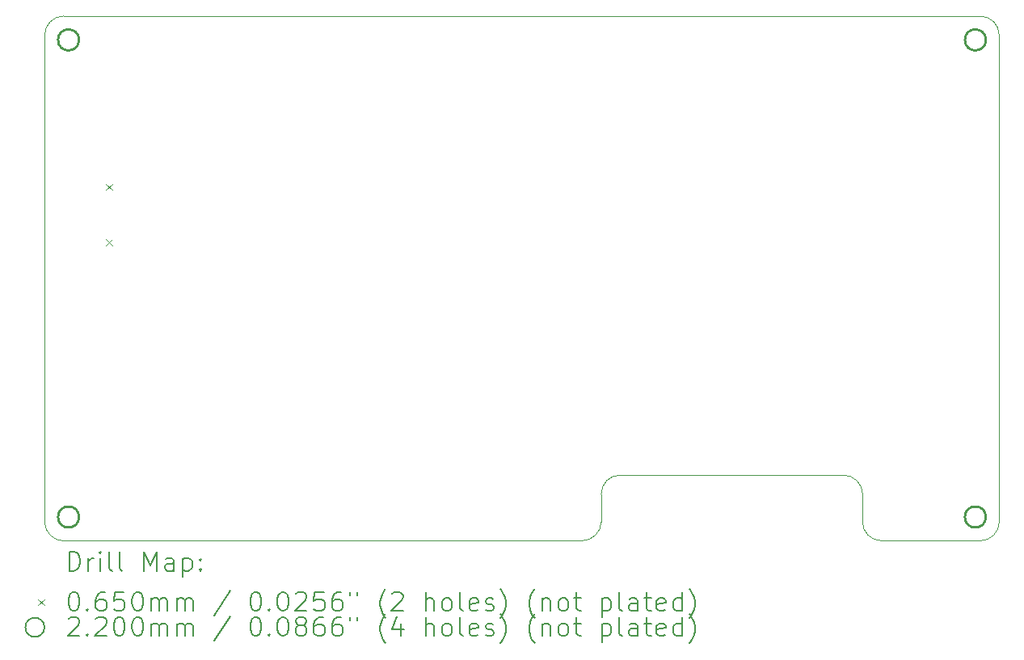
<source format=gbr>
%TF.GenerationSoftware,KiCad,Pcbnew,7.0.5-4d25ed1034~172~ubuntu22.04.1*%
%TF.CreationDate,2023-07-08T07:21:56+02:00*%
%TF.ProjectId,epaper-breakout,65706170-6572-42d6-9272-65616b6f7574,rev?*%
%TF.SameCoordinates,Original*%
%TF.FileFunction,Drillmap*%
%TF.FilePolarity,Positive*%
%FSLAX45Y45*%
G04 Gerber Fmt 4.5, Leading zero omitted, Abs format (unit mm)*
G04 Created by KiCad (PCBNEW 7.0.5-4d25ed1034~172~ubuntu22.04.1) date 2023-07-08 07:21:56*
%MOMM*%
%LPD*%
G01*
G04 APERTURE LIST*
%ADD10C,0.050000*%
%ADD11C,0.200000*%
%ADD12C,0.065000*%
%ADD13C,0.220000*%
G04 APERTURE END LIST*
D10*
X2500000Y-6250000D02*
X2500000Y-1150000D01*
X2700000Y-6450000D02*
X8130000Y-6448579D01*
X12500000Y-1150000D02*
X12500000Y-6250000D01*
X2700000Y-950000D02*
X12300000Y-950000D01*
X2700000Y-950000D02*
G75*
G03*
X2500000Y-1150000I0J-200000D01*
G01*
X8530000Y-5760000D02*
G75*
G03*
X8330000Y-5960000I0J-200000D01*
G01*
X8330000Y-6248579D02*
X8330000Y-5960000D01*
X8130000Y-6448580D02*
G75*
G03*
X8330000Y-6248579I0J200000D01*
G01*
X11066621Y-6248579D02*
G75*
G03*
X11266621Y-6448579I199999J-1D01*
G01*
X8870000Y-5760000D02*
X8530000Y-5760000D01*
X12500000Y-1150000D02*
G75*
G03*
X12300000Y-950000I-200000J0D01*
G01*
X2500000Y-6250000D02*
G75*
G03*
X2700000Y-6450000I200000J0D01*
G01*
X11066621Y-6248579D02*
X11068579Y-5961421D01*
X12300000Y-6450000D02*
G75*
G03*
X12500000Y-6250000I0J200000D01*
G01*
X11266621Y-6448579D02*
X12300000Y-6450000D01*
X11068579Y-5961421D02*
G75*
G03*
X10868579Y-5761421I-199999J1D01*
G01*
X10868579Y-5761421D02*
X8870000Y-5760000D01*
D11*
D12*
X3141500Y-2708500D02*
X3206500Y-2773500D01*
X3206500Y-2708500D02*
X3141500Y-2773500D01*
X3141500Y-3286500D02*
X3206500Y-3351500D01*
X3206500Y-3286500D02*
X3141500Y-3351500D01*
D13*
X2860000Y-1200000D02*
G75*
G03*
X2860000Y-1200000I-110000J0D01*
G01*
X2860000Y-6200000D02*
G75*
G03*
X2860000Y-6200000I-110000J0D01*
G01*
X12360000Y-1200000D02*
G75*
G03*
X12360000Y-1200000I-110000J0D01*
G01*
X12360000Y-6200000D02*
G75*
G03*
X12360000Y-6200000I-110000J0D01*
G01*
D11*
X2758277Y-6763984D02*
X2758277Y-6563984D01*
X2758277Y-6563984D02*
X2805896Y-6563984D01*
X2805896Y-6563984D02*
X2834467Y-6573508D01*
X2834467Y-6573508D02*
X2853515Y-6592555D01*
X2853515Y-6592555D02*
X2863039Y-6611603D01*
X2863039Y-6611603D02*
X2872562Y-6649698D01*
X2872562Y-6649698D02*
X2872562Y-6678269D01*
X2872562Y-6678269D02*
X2863039Y-6716365D01*
X2863039Y-6716365D02*
X2853515Y-6735412D01*
X2853515Y-6735412D02*
X2834467Y-6754460D01*
X2834467Y-6754460D02*
X2805896Y-6763984D01*
X2805896Y-6763984D02*
X2758277Y-6763984D01*
X2958277Y-6763984D02*
X2958277Y-6630650D01*
X2958277Y-6668746D02*
X2967801Y-6649698D01*
X2967801Y-6649698D02*
X2977324Y-6640174D01*
X2977324Y-6640174D02*
X2996372Y-6630650D01*
X2996372Y-6630650D02*
X3015420Y-6630650D01*
X3082086Y-6763984D02*
X3082086Y-6630650D01*
X3082086Y-6563984D02*
X3072562Y-6573508D01*
X3072562Y-6573508D02*
X3082086Y-6583031D01*
X3082086Y-6583031D02*
X3091610Y-6573508D01*
X3091610Y-6573508D02*
X3082086Y-6563984D01*
X3082086Y-6563984D02*
X3082086Y-6583031D01*
X3205896Y-6763984D02*
X3186848Y-6754460D01*
X3186848Y-6754460D02*
X3177324Y-6735412D01*
X3177324Y-6735412D02*
X3177324Y-6563984D01*
X3310658Y-6763984D02*
X3291610Y-6754460D01*
X3291610Y-6754460D02*
X3282086Y-6735412D01*
X3282086Y-6735412D02*
X3282086Y-6563984D01*
X3539229Y-6763984D02*
X3539229Y-6563984D01*
X3539229Y-6563984D02*
X3605896Y-6706841D01*
X3605896Y-6706841D02*
X3672562Y-6563984D01*
X3672562Y-6563984D02*
X3672562Y-6763984D01*
X3853515Y-6763984D02*
X3853515Y-6659222D01*
X3853515Y-6659222D02*
X3843991Y-6640174D01*
X3843991Y-6640174D02*
X3824943Y-6630650D01*
X3824943Y-6630650D02*
X3786848Y-6630650D01*
X3786848Y-6630650D02*
X3767801Y-6640174D01*
X3853515Y-6754460D02*
X3834467Y-6763984D01*
X3834467Y-6763984D02*
X3786848Y-6763984D01*
X3786848Y-6763984D02*
X3767801Y-6754460D01*
X3767801Y-6754460D02*
X3758277Y-6735412D01*
X3758277Y-6735412D02*
X3758277Y-6716365D01*
X3758277Y-6716365D02*
X3767801Y-6697317D01*
X3767801Y-6697317D02*
X3786848Y-6687793D01*
X3786848Y-6687793D02*
X3834467Y-6687793D01*
X3834467Y-6687793D02*
X3853515Y-6678269D01*
X3948753Y-6630650D02*
X3948753Y-6830650D01*
X3948753Y-6640174D02*
X3967801Y-6630650D01*
X3967801Y-6630650D02*
X4005896Y-6630650D01*
X4005896Y-6630650D02*
X4024943Y-6640174D01*
X4024943Y-6640174D02*
X4034467Y-6649698D01*
X4034467Y-6649698D02*
X4043991Y-6668746D01*
X4043991Y-6668746D02*
X4043991Y-6725888D01*
X4043991Y-6725888D02*
X4034467Y-6744936D01*
X4034467Y-6744936D02*
X4024943Y-6754460D01*
X4024943Y-6754460D02*
X4005896Y-6763984D01*
X4005896Y-6763984D02*
X3967801Y-6763984D01*
X3967801Y-6763984D02*
X3948753Y-6754460D01*
X4129705Y-6744936D02*
X4139229Y-6754460D01*
X4139229Y-6754460D02*
X4129705Y-6763984D01*
X4129705Y-6763984D02*
X4120182Y-6754460D01*
X4120182Y-6754460D02*
X4129705Y-6744936D01*
X4129705Y-6744936D02*
X4129705Y-6763984D01*
X4129705Y-6640174D02*
X4139229Y-6649698D01*
X4139229Y-6649698D02*
X4129705Y-6659222D01*
X4129705Y-6659222D02*
X4120182Y-6649698D01*
X4120182Y-6649698D02*
X4129705Y-6640174D01*
X4129705Y-6640174D02*
X4129705Y-6659222D01*
D12*
X2432500Y-7060000D02*
X2497500Y-7125000D01*
X2497500Y-7060000D02*
X2432500Y-7125000D01*
D11*
X2796372Y-6983984D02*
X2815420Y-6983984D01*
X2815420Y-6983984D02*
X2834467Y-6993508D01*
X2834467Y-6993508D02*
X2843991Y-7003031D01*
X2843991Y-7003031D02*
X2853515Y-7022079D01*
X2853515Y-7022079D02*
X2863039Y-7060174D01*
X2863039Y-7060174D02*
X2863039Y-7107793D01*
X2863039Y-7107793D02*
X2853515Y-7145888D01*
X2853515Y-7145888D02*
X2843991Y-7164936D01*
X2843991Y-7164936D02*
X2834467Y-7174460D01*
X2834467Y-7174460D02*
X2815420Y-7183984D01*
X2815420Y-7183984D02*
X2796372Y-7183984D01*
X2796372Y-7183984D02*
X2777324Y-7174460D01*
X2777324Y-7174460D02*
X2767801Y-7164936D01*
X2767801Y-7164936D02*
X2758277Y-7145888D01*
X2758277Y-7145888D02*
X2748753Y-7107793D01*
X2748753Y-7107793D02*
X2748753Y-7060174D01*
X2748753Y-7060174D02*
X2758277Y-7022079D01*
X2758277Y-7022079D02*
X2767801Y-7003031D01*
X2767801Y-7003031D02*
X2777324Y-6993508D01*
X2777324Y-6993508D02*
X2796372Y-6983984D01*
X2948753Y-7164936D02*
X2958277Y-7174460D01*
X2958277Y-7174460D02*
X2948753Y-7183984D01*
X2948753Y-7183984D02*
X2939229Y-7174460D01*
X2939229Y-7174460D02*
X2948753Y-7164936D01*
X2948753Y-7164936D02*
X2948753Y-7183984D01*
X3129705Y-6983984D02*
X3091610Y-6983984D01*
X3091610Y-6983984D02*
X3072562Y-6993508D01*
X3072562Y-6993508D02*
X3063039Y-7003031D01*
X3063039Y-7003031D02*
X3043991Y-7031603D01*
X3043991Y-7031603D02*
X3034467Y-7069698D01*
X3034467Y-7069698D02*
X3034467Y-7145888D01*
X3034467Y-7145888D02*
X3043991Y-7164936D01*
X3043991Y-7164936D02*
X3053515Y-7174460D01*
X3053515Y-7174460D02*
X3072562Y-7183984D01*
X3072562Y-7183984D02*
X3110658Y-7183984D01*
X3110658Y-7183984D02*
X3129705Y-7174460D01*
X3129705Y-7174460D02*
X3139229Y-7164936D01*
X3139229Y-7164936D02*
X3148753Y-7145888D01*
X3148753Y-7145888D02*
X3148753Y-7098269D01*
X3148753Y-7098269D02*
X3139229Y-7079222D01*
X3139229Y-7079222D02*
X3129705Y-7069698D01*
X3129705Y-7069698D02*
X3110658Y-7060174D01*
X3110658Y-7060174D02*
X3072562Y-7060174D01*
X3072562Y-7060174D02*
X3053515Y-7069698D01*
X3053515Y-7069698D02*
X3043991Y-7079222D01*
X3043991Y-7079222D02*
X3034467Y-7098269D01*
X3329705Y-6983984D02*
X3234467Y-6983984D01*
X3234467Y-6983984D02*
X3224943Y-7079222D01*
X3224943Y-7079222D02*
X3234467Y-7069698D01*
X3234467Y-7069698D02*
X3253515Y-7060174D01*
X3253515Y-7060174D02*
X3301134Y-7060174D01*
X3301134Y-7060174D02*
X3320182Y-7069698D01*
X3320182Y-7069698D02*
X3329705Y-7079222D01*
X3329705Y-7079222D02*
X3339229Y-7098269D01*
X3339229Y-7098269D02*
X3339229Y-7145888D01*
X3339229Y-7145888D02*
X3329705Y-7164936D01*
X3329705Y-7164936D02*
X3320182Y-7174460D01*
X3320182Y-7174460D02*
X3301134Y-7183984D01*
X3301134Y-7183984D02*
X3253515Y-7183984D01*
X3253515Y-7183984D02*
X3234467Y-7174460D01*
X3234467Y-7174460D02*
X3224943Y-7164936D01*
X3463039Y-6983984D02*
X3482086Y-6983984D01*
X3482086Y-6983984D02*
X3501134Y-6993508D01*
X3501134Y-6993508D02*
X3510658Y-7003031D01*
X3510658Y-7003031D02*
X3520182Y-7022079D01*
X3520182Y-7022079D02*
X3529705Y-7060174D01*
X3529705Y-7060174D02*
X3529705Y-7107793D01*
X3529705Y-7107793D02*
X3520182Y-7145888D01*
X3520182Y-7145888D02*
X3510658Y-7164936D01*
X3510658Y-7164936D02*
X3501134Y-7174460D01*
X3501134Y-7174460D02*
X3482086Y-7183984D01*
X3482086Y-7183984D02*
X3463039Y-7183984D01*
X3463039Y-7183984D02*
X3443991Y-7174460D01*
X3443991Y-7174460D02*
X3434467Y-7164936D01*
X3434467Y-7164936D02*
X3424943Y-7145888D01*
X3424943Y-7145888D02*
X3415420Y-7107793D01*
X3415420Y-7107793D02*
X3415420Y-7060174D01*
X3415420Y-7060174D02*
X3424943Y-7022079D01*
X3424943Y-7022079D02*
X3434467Y-7003031D01*
X3434467Y-7003031D02*
X3443991Y-6993508D01*
X3443991Y-6993508D02*
X3463039Y-6983984D01*
X3615420Y-7183984D02*
X3615420Y-7050650D01*
X3615420Y-7069698D02*
X3624943Y-7060174D01*
X3624943Y-7060174D02*
X3643991Y-7050650D01*
X3643991Y-7050650D02*
X3672563Y-7050650D01*
X3672563Y-7050650D02*
X3691610Y-7060174D01*
X3691610Y-7060174D02*
X3701134Y-7079222D01*
X3701134Y-7079222D02*
X3701134Y-7183984D01*
X3701134Y-7079222D02*
X3710658Y-7060174D01*
X3710658Y-7060174D02*
X3729705Y-7050650D01*
X3729705Y-7050650D02*
X3758277Y-7050650D01*
X3758277Y-7050650D02*
X3777324Y-7060174D01*
X3777324Y-7060174D02*
X3786848Y-7079222D01*
X3786848Y-7079222D02*
X3786848Y-7183984D01*
X3882086Y-7183984D02*
X3882086Y-7050650D01*
X3882086Y-7069698D02*
X3891610Y-7060174D01*
X3891610Y-7060174D02*
X3910658Y-7050650D01*
X3910658Y-7050650D02*
X3939229Y-7050650D01*
X3939229Y-7050650D02*
X3958277Y-7060174D01*
X3958277Y-7060174D02*
X3967801Y-7079222D01*
X3967801Y-7079222D02*
X3967801Y-7183984D01*
X3967801Y-7079222D02*
X3977324Y-7060174D01*
X3977324Y-7060174D02*
X3996372Y-7050650D01*
X3996372Y-7050650D02*
X4024943Y-7050650D01*
X4024943Y-7050650D02*
X4043991Y-7060174D01*
X4043991Y-7060174D02*
X4053515Y-7079222D01*
X4053515Y-7079222D02*
X4053515Y-7183984D01*
X4443991Y-6974460D02*
X4272563Y-7231603D01*
X4701134Y-6983984D02*
X4720182Y-6983984D01*
X4720182Y-6983984D02*
X4739229Y-6993508D01*
X4739229Y-6993508D02*
X4748753Y-7003031D01*
X4748753Y-7003031D02*
X4758277Y-7022079D01*
X4758277Y-7022079D02*
X4767801Y-7060174D01*
X4767801Y-7060174D02*
X4767801Y-7107793D01*
X4767801Y-7107793D02*
X4758277Y-7145888D01*
X4758277Y-7145888D02*
X4748753Y-7164936D01*
X4748753Y-7164936D02*
X4739229Y-7174460D01*
X4739229Y-7174460D02*
X4720182Y-7183984D01*
X4720182Y-7183984D02*
X4701134Y-7183984D01*
X4701134Y-7183984D02*
X4682087Y-7174460D01*
X4682087Y-7174460D02*
X4672563Y-7164936D01*
X4672563Y-7164936D02*
X4663039Y-7145888D01*
X4663039Y-7145888D02*
X4653515Y-7107793D01*
X4653515Y-7107793D02*
X4653515Y-7060174D01*
X4653515Y-7060174D02*
X4663039Y-7022079D01*
X4663039Y-7022079D02*
X4672563Y-7003031D01*
X4672563Y-7003031D02*
X4682087Y-6993508D01*
X4682087Y-6993508D02*
X4701134Y-6983984D01*
X4853515Y-7164936D02*
X4863039Y-7174460D01*
X4863039Y-7174460D02*
X4853515Y-7183984D01*
X4853515Y-7183984D02*
X4843991Y-7174460D01*
X4843991Y-7174460D02*
X4853515Y-7164936D01*
X4853515Y-7164936D02*
X4853515Y-7183984D01*
X4986848Y-6983984D02*
X5005896Y-6983984D01*
X5005896Y-6983984D02*
X5024944Y-6993508D01*
X5024944Y-6993508D02*
X5034468Y-7003031D01*
X5034468Y-7003031D02*
X5043991Y-7022079D01*
X5043991Y-7022079D02*
X5053515Y-7060174D01*
X5053515Y-7060174D02*
X5053515Y-7107793D01*
X5053515Y-7107793D02*
X5043991Y-7145888D01*
X5043991Y-7145888D02*
X5034468Y-7164936D01*
X5034468Y-7164936D02*
X5024944Y-7174460D01*
X5024944Y-7174460D02*
X5005896Y-7183984D01*
X5005896Y-7183984D02*
X4986848Y-7183984D01*
X4986848Y-7183984D02*
X4967801Y-7174460D01*
X4967801Y-7174460D02*
X4958277Y-7164936D01*
X4958277Y-7164936D02*
X4948753Y-7145888D01*
X4948753Y-7145888D02*
X4939229Y-7107793D01*
X4939229Y-7107793D02*
X4939229Y-7060174D01*
X4939229Y-7060174D02*
X4948753Y-7022079D01*
X4948753Y-7022079D02*
X4958277Y-7003031D01*
X4958277Y-7003031D02*
X4967801Y-6993508D01*
X4967801Y-6993508D02*
X4986848Y-6983984D01*
X5129706Y-7003031D02*
X5139229Y-6993508D01*
X5139229Y-6993508D02*
X5158277Y-6983984D01*
X5158277Y-6983984D02*
X5205896Y-6983984D01*
X5205896Y-6983984D02*
X5224944Y-6993508D01*
X5224944Y-6993508D02*
X5234468Y-7003031D01*
X5234468Y-7003031D02*
X5243991Y-7022079D01*
X5243991Y-7022079D02*
X5243991Y-7041127D01*
X5243991Y-7041127D02*
X5234468Y-7069698D01*
X5234468Y-7069698D02*
X5120182Y-7183984D01*
X5120182Y-7183984D02*
X5243991Y-7183984D01*
X5424944Y-6983984D02*
X5329706Y-6983984D01*
X5329706Y-6983984D02*
X5320182Y-7079222D01*
X5320182Y-7079222D02*
X5329706Y-7069698D01*
X5329706Y-7069698D02*
X5348753Y-7060174D01*
X5348753Y-7060174D02*
X5396372Y-7060174D01*
X5396372Y-7060174D02*
X5415420Y-7069698D01*
X5415420Y-7069698D02*
X5424944Y-7079222D01*
X5424944Y-7079222D02*
X5434468Y-7098269D01*
X5434468Y-7098269D02*
X5434468Y-7145888D01*
X5434468Y-7145888D02*
X5424944Y-7164936D01*
X5424944Y-7164936D02*
X5415420Y-7174460D01*
X5415420Y-7174460D02*
X5396372Y-7183984D01*
X5396372Y-7183984D02*
X5348753Y-7183984D01*
X5348753Y-7183984D02*
X5329706Y-7174460D01*
X5329706Y-7174460D02*
X5320182Y-7164936D01*
X5605896Y-6983984D02*
X5567801Y-6983984D01*
X5567801Y-6983984D02*
X5548753Y-6993508D01*
X5548753Y-6993508D02*
X5539229Y-7003031D01*
X5539229Y-7003031D02*
X5520182Y-7031603D01*
X5520182Y-7031603D02*
X5510658Y-7069698D01*
X5510658Y-7069698D02*
X5510658Y-7145888D01*
X5510658Y-7145888D02*
X5520182Y-7164936D01*
X5520182Y-7164936D02*
X5529706Y-7174460D01*
X5529706Y-7174460D02*
X5548753Y-7183984D01*
X5548753Y-7183984D02*
X5586849Y-7183984D01*
X5586849Y-7183984D02*
X5605896Y-7174460D01*
X5605896Y-7174460D02*
X5615420Y-7164936D01*
X5615420Y-7164936D02*
X5624944Y-7145888D01*
X5624944Y-7145888D02*
X5624944Y-7098269D01*
X5624944Y-7098269D02*
X5615420Y-7079222D01*
X5615420Y-7079222D02*
X5605896Y-7069698D01*
X5605896Y-7069698D02*
X5586849Y-7060174D01*
X5586849Y-7060174D02*
X5548753Y-7060174D01*
X5548753Y-7060174D02*
X5529706Y-7069698D01*
X5529706Y-7069698D02*
X5520182Y-7079222D01*
X5520182Y-7079222D02*
X5510658Y-7098269D01*
X5701134Y-6983984D02*
X5701134Y-7022079D01*
X5777325Y-6983984D02*
X5777325Y-7022079D01*
X6072563Y-7260174D02*
X6063039Y-7250650D01*
X6063039Y-7250650D02*
X6043991Y-7222079D01*
X6043991Y-7222079D02*
X6034468Y-7203031D01*
X6034468Y-7203031D02*
X6024944Y-7174460D01*
X6024944Y-7174460D02*
X6015420Y-7126841D01*
X6015420Y-7126841D02*
X6015420Y-7088746D01*
X6015420Y-7088746D02*
X6024944Y-7041127D01*
X6024944Y-7041127D02*
X6034468Y-7012555D01*
X6034468Y-7012555D02*
X6043991Y-6993508D01*
X6043991Y-6993508D02*
X6063039Y-6964936D01*
X6063039Y-6964936D02*
X6072563Y-6955412D01*
X6139229Y-7003031D02*
X6148753Y-6993508D01*
X6148753Y-6993508D02*
X6167801Y-6983984D01*
X6167801Y-6983984D02*
X6215420Y-6983984D01*
X6215420Y-6983984D02*
X6234468Y-6993508D01*
X6234468Y-6993508D02*
X6243991Y-7003031D01*
X6243991Y-7003031D02*
X6253515Y-7022079D01*
X6253515Y-7022079D02*
X6253515Y-7041127D01*
X6253515Y-7041127D02*
X6243991Y-7069698D01*
X6243991Y-7069698D02*
X6129706Y-7183984D01*
X6129706Y-7183984D02*
X6253515Y-7183984D01*
X6491610Y-7183984D02*
X6491610Y-6983984D01*
X6577325Y-7183984D02*
X6577325Y-7079222D01*
X6577325Y-7079222D02*
X6567801Y-7060174D01*
X6567801Y-7060174D02*
X6548753Y-7050650D01*
X6548753Y-7050650D02*
X6520182Y-7050650D01*
X6520182Y-7050650D02*
X6501134Y-7060174D01*
X6501134Y-7060174D02*
X6491610Y-7069698D01*
X6701134Y-7183984D02*
X6682087Y-7174460D01*
X6682087Y-7174460D02*
X6672563Y-7164936D01*
X6672563Y-7164936D02*
X6663039Y-7145888D01*
X6663039Y-7145888D02*
X6663039Y-7088746D01*
X6663039Y-7088746D02*
X6672563Y-7069698D01*
X6672563Y-7069698D02*
X6682087Y-7060174D01*
X6682087Y-7060174D02*
X6701134Y-7050650D01*
X6701134Y-7050650D02*
X6729706Y-7050650D01*
X6729706Y-7050650D02*
X6748753Y-7060174D01*
X6748753Y-7060174D02*
X6758277Y-7069698D01*
X6758277Y-7069698D02*
X6767801Y-7088746D01*
X6767801Y-7088746D02*
X6767801Y-7145888D01*
X6767801Y-7145888D02*
X6758277Y-7164936D01*
X6758277Y-7164936D02*
X6748753Y-7174460D01*
X6748753Y-7174460D02*
X6729706Y-7183984D01*
X6729706Y-7183984D02*
X6701134Y-7183984D01*
X6882087Y-7183984D02*
X6863039Y-7174460D01*
X6863039Y-7174460D02*
X6853515Y-7155412D01*
X6853515Y-7155412D02*
X6853515Y-6983984D01*
X7034468Y-7174460D02*
X7015420Y-7183984D01*
X7015420Y-7183984D02*
X6977325Y-7183984D01*
X6977325Y-7183984D02*
X6958277Y-7174460D01*
X6958277Y-7174460D02*
X6948753Y-7155412D01*
X6948753Y-7155412D02*
X6948753Y-7079222D01*
X6948753Y-7079222D02*
X6958277Y-7060174D01*
X6958277Y-7060174D02*
X6977325Y-7050650D01*
X6977325Y-7050650D02*
X7015420Y-7050650D01*
X7015420Y-7050650D02*
X7034468Y-7060174D01*
X7034468Y-7060174D02*
X7043991Y-7079222D01*
X7043991Y-7079222D02*
X7043991Y-7098269D01*
X7043991Y-7098269D02*
X6948753Y-7117317D01*
X7120182Y-7174460D02*
X7139230Y-7183984D01*
X7139230Y-7183984D02*
X7177325Y-7183984D01*
X7177325Y-7183984D02*
X7196372Y-7174460D01*
X7196372Y-7174460D02*
X7205896Y-7155412D01*
X7205896Y-7155412D02*
X7205896Y-7145888D01*
X7205896Y-7145888D02*
X7196372Y-7126841D01*
X7196372Y-7126841D02*
X7177325Y-7117317D01*
X7177325Y-7117317D02*
X7148753Y-7117317D01*
X7148753Y-7117317D02*
X7129706Y-7107793D01*
X7129706Y-7107793D02*
X7120182Y-7088746D01*
X7120182Y-7088746D02*
X7120182Y-7079222D01*
X7120182Y-7079222D02*
X7129706Y-7060174D01*
X7129706Y-7060174D02*
X7148753Y-7050650D01*
X7148753Y-7050650D02*
X7177325Y-7050650D01*
X7177325Y-7050650D02*
X7196372Y-7060174D01*
X7272563Y-7260174D02*
X7282087Y-7250650D01*
X7282087Y-7250650D02*
X7301134Y-7222079D01*
X7301134Y-7222079D02*
X7310658Y-7203031D01*
X7310658Y-7203031D02*
X7320182Y-7174460D01*
X7320182Y-7174460D02*
X7329706Y-7126841D01*
X7329706Y-7126841D02*
X7329706Y-7088746D01*
X7329706Y-7088746D02*
X7320182Y-7041127D01*
X7320182Y-7041127D02*
X7310658Y-7012555D01*
X7310658Y-7012555D02*
X7301134Y-6993508D01*
X7301134Y-6993508D02*
X7282087Y-6964936D01*
X7282087Y-6964936D02*
X7272563Y-6955412D01*
X7634468Y-7260174D02*
X7624944Y-7250650D01*
X7624944Y-7250650D02*
X7605896Y-7222079D01*
X7605896Y-7222079D02*
X7596372Y-7203031D01*
X7596372Y-7203031D02*
X7586849Y-7174460D01*
X7586849Y-7174460D02*
X7577325Y-7126841D01*
X7577325Y-7126841D02*
X7577325Y-7088746D01*
X7577325Y-7088746D02*
X7586849Y-7041127D01*
X7586849Y-7041127D02*
X7596372Y-7012555D01*
X7596372Y-7012555D02*
X7605896Y-6993508D01*
X7605896Y-6993508D02*
X7624944Y-6964936D01*
X7624944Y-6964936D02*
X7634468Y-6955412D01*
X7710658Y-7050650D02*
X7710658Y-7183984D01*
X7710658Y-7069698D02*
X7720182Y-7060174D01*
X7720182Y-7060174D02*
X7739230Y-7050650D01*
X7739230Y-7050650D02*
X7767801Y-7050650D01*
X7767801Y-7050650D02*
X7786849Y-7060174D01*
X7786849Y-7060174D02*
X7796372Y-7079222D01*
X7796372Y-7079222D02*
X7796372Y-7183984D01*
X7920182Y-7183984D02*
X7901134Y-7174460D01*
X7901134Y-7174460D02*
X7891611Y-7164936D01*
X7891611Y-7164936D02*
X7882087Y-7145888D01*
X7882087Y-7145888D02*
X7882087Y-7088746D01*
X7882087Y-7088746D02*
X7891611Y-7069698D01*
X7891611Y-7069698D02*
X7901134Y-7060174D01*
X7901134Y-7060174D02*
X7920182Y-7050650D01*
X7920182Y-7050650D02*
X7948753Y-7050650D01*
X7948753Y-7050650D02*
X7967801Y-7060174D01*
X7967801Y-7060174D02*
X7977325Y-7069698D01*
X7977325Y-7069698D02*
X7986849Y-7088746D01*
X7986849Y-7088746D02*
X7986849Y-7145888D01*
X7986849Y-7145888D02*
X7977325Y-7164936D01*
X7977325Y-7164936D02*
X7967801Y-7174460D01*
X7967801Y-7174460D02*
X7948753Y-7183984D01*
X7948753Y-7183984D02*
X7920182Y-7183984D01*
X8043992Y-7050650D02*
X8120182Y-7050650D01*
X8072563Y-6983984D02*
X8072563Y-7155412D01*
X8072563Y-7155412D02*
X8082087Y-7174460D01*
X8082087Y-7174460D02*
X8101134Y-7183984D01*
X8101134Y-7183984D02*
X8120182Y-7183984D01*
X8339230Y-7050650D02*
X8339230Y-7250650D01*
X8339230Y-7060174D02*
X8358277Y-7050650D01*
X8358277Y-7050650D02*
X8396373Y-7050650D01*
X8396373Y-7050650D02*
X8415420Y-7060174D01*
X8415420Y-7060174D02*
X8424944Y-7069698D01*
X8424944Y-7069698D02*
X8434468Y-7088746D01*
X8434468Y-7088746D02*
X8434468Y-7145888D01*
X8434468Y-7145888D02*
X8424944Y-7164936D01*
X8424944Y-7164936D02*
X8415420Y-7174460D01*
X8415420Y-7174460D02*
X8396373Y-7183984D01*
X8396373Y-7183984D02*
X8358277Y-7183984D01*
X8358277Y-7183984D02*
X8339230Y-7174460D01*
X8548754Y-7183984D02*
X8529706Y-7174460D01*
X8529706Y-7174460D02*
X8520182Y-7155412D01*
X8520182Y-7155412D02*
X8520182Y-6983984D01*
X8710658Y-7183984D02*
X8710658Y-7079222D01*
X8710658Y-7079222D02*
X8701135Y-7060174D01*
X8701135Y-7060174D02*
X8682087Y-7050650D01*
X8682087Y-7050650D02*
X8643992Y-7050650D01*
X8643992Y-7050650D02*
X8624944Y-7060174D01*
X8710658Y-7174460D02*
X8691611Y-7183984D01*
X8691611Y-7183984D02*
X8643992Y-7183984D01*
X8643992Y-7183984D02*
X8624944Y-7174460D01*
X8624944Y-7174460D02*
X8615420Y-7155412D01*
X8615420Y-7155412D02*
X8615420Y-7136365D01*
X8615420Y-7136365D02*
X8624944Y-7117317D01*
X8624944Y-7117317D02*
X8643992Y-7107793D01*
X8643992Y-7107793D02*
X8691611Y-7107793D01*
X8691611Y-7107793D02*
X8710658Y-7098269D01*
X8777325Y-7050650D02*
X8853515Y-7050650D01*
X8805896Y-6983984D02*
X8805896Y-7155412D01*
X8805896Y-7155412D02*
X8815420Y-7174460D01*
X8815420Y-7174460D02*
X8834468Y-7183984D01*
X8834468Y-7183984D02*
X8853515Y-7183984D01*
X8996373Y-7174460D02*
X8977325Y-7183984D01*
X8977325Y-7183984D02*
X8939230Y-7183984D01*
X8939230Y-7183984D02*
X8920182Y-7174460D01*
X8920182Y-7174460D02*
X8910658Y-7155412D01*
X8910658Y-7155412D02*
X8910658Y-7079222D01*
X8910658Y-7079222D02*
X8920182Y-7060174D01*
X8920182Y-7060174D02*
X8939230Y-7050650D01*
X8939230Y-7050650D02*
X8977325Y-7050650D01*
X8977325Y-7050650D02*
X8996373Y-7060174D01*
X8996373Y-7060174D02*
X9005896Y-7079222D01*
X9005896Y-7079222D02*
X9005896Y-7098269D01*
X9005896Y-7098269D02*
X8910658Y-7117317D01*
X9177325Y-7183984D02*
X9177325Y-6983984D01*
X9177325Y-7174460D02*
X9158277Y-7183984D01*
X9158277Y-7183984D02*
X9120182Y-7183984D01*
X9120182Y-7183984D02*
X9101135Y-7174460D01*
X9101135Y-7174460D02*
X9091611Y-7164936D01*
X9091611Y-7164936D02*
X9082087Y-7145888D01*
X9082087Y-7145888D02*
X9082087Y-7088746D01*
X9082087Y-7088746D02*
X9091611Y-7069698D01*
X9091611Y-7069698D02*
X9101135Y-7060174D01*
X9101135Y-7060174D02*
X9120182Y-7050650D01*
X9120182Y-7050650D02*
X9158277Y-7050650D01*
X9158277Y-7050650D02*
X9177325Y-7060174D01*
X9253516Y-7260174D02*
X9263039Y-7250650D01*
X9263039Y-7250650D02*
X9282087Y-7222079D01*
X9282087Y-7222079D02*
X9291611Y-7203031D01*
X9291611Y-7203031D02*
X9301135Y-7174460D01*
X9301135Y-7174460D02*
X9310658Y-7126841D01*
X9310658Y-7126841D02*
X9310658Y-7088746D01*
X9310658Y-7088746D02*
X9301135Y-7041127D01*
X9301135Y-7041127D02*
X9291611Y-7012555D01*
X9291611Y-7012555D02*
X9282087Y-6993508D01*
X9282087Y-6993508D02*
X9263039Y-6964936D01*
X9263039Y-6964936D02*
X9253516Y-6955412D01*
X2497500Y-7356500D02*
G75*
G03*
X2497500Y-7356500I-100000J0D01*
G01*
X2748753Y-7267031D02*
X2758277Y-7257508D01*
X2758277Y-7257508D02*
X2777324Y-7247984D01*
X2777324Y-7247984D02*
X2824943Y-7247984D01*
X2824943Y-7247984D02*
X2843991Y-7257508D01*
X2843991Y-7257508D02*
X2853515Y-7267031D01*
X2853515Y-7267031D02*
X2863039Y-7286079D01*
X2863039Y-7286079D02*
X2863039Y-7305127D01*
X2863039Y-7305127D02*
X2853515Y-7333698D01*
X2853515Y-7333698D02*
X2739229Y-7447984D01*
X2739229Y-7447984D02*
X2863039Y-7447984D01*
X2948753Y-7428936D02*
X2958277Y-7438460D01*
X2958277Y-7438460D02*
X2948753Y-7447984D01*
X2948753Y-7447984D02*
X2939229Y-7438460D01*
X2939229Y-7438460D02*
X2948753Y-7428936D01*
X2948753Y-7428936D02*
X2948753Y-7447984D01*
X3034467Y-7267031D02*
X3043991Y-7257508D01*
X3043991Y-7257508D02*
X3063039Y-7247984D01*
X3063039Y-7247984D02*
X3110658Y-7247984D01*
X3110658Y-7247984D02*
X3129705Y-7257508D01*
X3129705Y-7257508D02*
X3139229Y-7267031D01*
X3139229Y-7267031D02*
X3148753Y-7286079D01*
X3148753Y-7286079D02*
X3148753Y-7305127D01*
X3148753Y-7305127D02*
X3139229Y-7333698D01*
X3139229Y-7333698D02*
X3024943Y-7447984D01*
X3024943Y-7447984D02*
X3148753Y-7447984D01*
X3272562Y-7247984D02*
X3291610Y-7247984D01*
X3291610Y-7247984D02*
X3310658Y-7257508D01*
X3310658Y-7257508D02*
X3320182Y-7267031D01*
X3320182Y-7267031D02*
X3329705Y-7286079D01*
X3329705Y-7286079D02*
X3339229Y-7324174D01*
X3339229Y-7324174D02*
X3339229Y-7371793D01*
X3339229Y-7371793D02*
X3329705Y-7409888D01*
X3329705Y-7409888D02*
X3320182Y-7428936D01*
X3320182Y-7428936D02*
X3310658Y-7438460D01*
X3310658Y-7438460D02*
X3291610Y-7447984D01*
X3291610Y-7447984D02*
X3272562Y-7447984D01*
X3272562Y-7447984D02*
X3253515Y-7438460D01*
X3253515Y-7438460D02*
X3243991Y-7428936D01*
X3243991Y-7428936D02*
X3234467Y-7409888D01*
X3234467Y-7409888D02*
X3224943Y-7371793D01*
X3224943Y-7371793D02*
X3224943Y-7324174D01*
X3224943Y-7324174D02*
X3234467Y-7286079D01*
X3234467Y-7286079D02*
X3243991Y-7267031D01*
X3243991Y-7267031D02*
X3253515Y-7257508D01*
X3253515Y-7257508D02*
X3272562Y-7247984D01*
X3463039Y-7247984D02*
X3482086Y-7247984D01*
X3482086Y-7247984D02*
X3501134Y-7257508D01*
X3501134Y-7257508D02*
X3510658Y-7267031D01*
X3510658Y-7267031D02*
X3520182Y-7286079D01*
X3520182Y-7286079D02*
X3529705Y-7324174D01*
X3529705Y-7324174D02*
X3529705Y-7371793D01*
X3529705Y-7371793D02*
X3520182Y-7409888D01*
X3520182Y-7409888D02*
X3510658Y-7428936D01*
X3510658Y-7428936D02*
X3501134Y-7438460D01*
X3501134Y-7438460D02*
X3482086Y-7447984D01*
X3482086Y-7447984D02*
X3463039Y-7447984D01*
X3463039Y-7447984D02*
X3443991Y-7438460D01*
X3443991Y-7438460D02*
X3434467Y-7428936D01*
X3434467Y-7428936D02*
X3424943Y-7409888D01*
X3424943Y-7409888D02*
X3415420Y-7371793D01*
X3415420Y-7371793D02*
X3415420Y-7324174D01*
X3415420Y-7324174D02*
X3424943Y-7286079D01*
X3424943Y-7286079D02*
X3434467Y-7267031D01*
X3434467Y-7267031D02*
X3443991Y-7257508D01*
X3443991Y-7257508D02*
X3463039Y-7247984D01*
X3615420Y-7447984D02*
X3615420Y-7314650D01*
X3615420Y-7333698D02*
X3624943Y-7324174D01*
X3624943Y-7324174D02*
X3643991Y-7314650D01*
X3643991Y-7314650D02*
X3672563Y-7314650D01*
X3672563Y-7314650D02*
X3691610Y-7324174D01*
X3691610Y-7324174D02*
X3701134Y-7343222D01*
X3701134Y-7343222D02*
X3701134Y-7447984D01*
X3701134Y-7343222D02*
X3710658Y-7324174D01*
X3710658Y-7324174D02*
X3729705Y-7314650D01*
X3729705Y-7314650D02*
X3758277Y-7314650D01*
X3758277Y-7314650D02*
X3777324Y-7324174D01*
X3777324Y-7324174D02*
X3786848Y-7343222D01*
X3786848Y-7343222D02*
X3786848Y-7447984D01*
X3882086Y-7447984D02*
X3882086Y-7314650D01*
X3882086Y-7333698D02*
X3891610Y-7324174D01*
X3891610Y-7324174D02*
X3910658Y-7314650D01*
X3910658Y-7314650D02*
X3939229Y-7314650D01*
X3939229Y-7314650D02*
X3958277Y-7324174D01*
X3958277Y-7324174D02*
X3967801Y-7343222D01*
X3967801Y-7343222D02*
X3967801Y-7447984D01*
X3967801Y-7343222D02*
X3977324Y-7324174D01*
X3977324Y-7324174D02*
X3996372Y-7314650D01*
X3996372Y-7314650D02*
X4024943Y-7314650D01*
X4024943Y-7314650D02*
X4043991Y-7324174D01*
X4043991Y-7324174D02*
X4053515Y-7343222D01*
X4053515Y-7343222D02*
X4053515Y-7447984D01*
X4443991Y-7238460D02*
X4272563Y-7495603D01*
X4701134Y-7247984D02*
X4720182Y-7247984D01*
X4720182Y-7247984D02*
X4739229Y-7257508D01*
X4739229Y-7257508D02*
X4748753Y-7267031D01*
X4748753Y-7267031D02*
X4758277Y-7286079D01*
X4758277Y-7286079D02*
X4767801Y-7324174D01*
X4767801Y-7324174D02*
X4767801Y-7371793D01*
X4767801Y-7371793D02*
X4758277Y-7409888D01*
X4758277Y-7409888D02*
X4748753Y-7428936D01*
X4748753Y-7428936D02*
X4739229Y-7438460D01*
X4739229Y-7438460D02*
X4720182Y-7447984D01*
X4720182Y-7447984D02*
X4701134Y-7447984D01*
X4701134Y-7447984D02*
X4682087Y-7438460D01*
X4682087Y-7438460D02*
X4672563Y-7428936D01*
X4672563Y-7428936D02*
X4663039Y-7409888D01*
X4663039Y-7409888D02*
X4653515Y-7371793D01*
X4653515Y-7371793D02*
X4653515Y-7324174D01*
X4653515Y-7324174D02*
X4663039Y-7286079D01*
X4663039Y-7286079D02*
X4672563Y-7267031D01*
X4672563Y-7267031D02*
X4682087Y-7257508D01*
X4682087Y-7257508D02*
X4701134Y-7247984D01*
X4853515Y-7428936D02*
X4863039Y-7438460D01*
X4863039Y-7438460D02*
X4853515Y-7447984D01*
X4853515Y-7447984D02*
X4843991Y-7438460D01*
X4843991Y-7438460D02*
X4853515Y-7428936D01*
X4853515Y-7428936D02*
X4853515Y-7447984D01*
X4986848Y-7247984D02*
X5005896Y-7247984D01*
X5005896Y-7247984D02*
X5024944Y-7257508D01*
X5024944Y-7257508D02*
X5034468Y-7267031D01*
X5034468Y-7267031D02*
X5043991Y-7286079D01*
X5043991Y-7286079D02*
X5053515Y-7324174D01*
X5053515Y-7324174D02*
X5053515Y-7371793D01*
X5053515Y-7371793D02*
X5043991Y-7409888D01*
X5043991Y-7409888D02*
X5034468Y-7428936D01*
X5034468Y-7428936D02*
X5024944Y-7438460D01*
X5024944Y-7438460D02*
X5005896Y-7447984D01*
X5005896Y-7447984D02*
X4986848Y-7447984D01*
X4986848Y-7447984D02*
X4967801Y-7438460D01*
X4967801Y-7438460D02*
X4958277Y-7428936D01*
X4958277Y-7428936D02*
X4948753Y-7409888D01*
X4948753Y-7409888D02*
X4939229Y-7371793D01*
X4939229Y-7371793D02*
X4939229Y-7324174D01*
X4939229Y-7324174D02*
X4948753Y-7286079D01*
X4948753Y-7286079D02*
X4958277Y-7267031D01*
X4958277Y-7267031D02*
X4967801Y-7257508D01*
X4967801Y-7257508D02*
X4986848Y-7247984D01*
X5167801Y-7333698D02*
X5148753Y-7324174D01*
X5148753Y-7324174D02*
X5139229Y-7314650D01*
X5139229Y-7314650D02*
X5129706Y-7295603D01*
X5129706Y-7295603D02*
X5129706Y-7286079D01*
X5129706Y-7286079D02*
X5139229Y-7267031D01*
X5139229Y-7267031D02*
X5148753Y-7257508D01*
X5148753Y-7257508D02*
X5167801Y-7247984D01*
X5167801Y-7247984D02*
X5205896Y-7247984D01*
X5205896Y-7247984D02*
X5224944Y-7257508D01*
X5224944Y-7257508D02*
X5234468Y-7267031D01*
X5234468Y-7267031D02*
X5243991Y-7286079D01*
X5243991Y-7286079D02*
X5243991Y-7295603D01*
X5243991Y-7295603D02*
X5234468Y-7314650D01*
X5234468Y-7314650D02*
X5224944Y-7324174D01*
X5224944Y-7324174D02*
X5205896Y-7333698D01*
X5205896Y-7333698D02*
X5167801Y-7333698D01*
X5167801Y-7333698D02*
X5148753Y-7343222D01*
X5148753Y-7343222D02*
X5139229Y-7352746D01*
X5139229Y-7352746D02*
X5129706Y-7371793D01*
X5129706Y-7371793D02*
X5129706Y-7409888D01*
X5129706Y-7409888D02*
X5139229Y-7428936D01*
X5139229Y-7428936D02*
X5148753Y-7438460D01*
X5148753Y-7438460D02*
X5167801Y-7447984D01*
X5167801Y-7447984D02*
X5205896Y-7447984D01*
X5205896Y-7447984D02*
X5224944Y-7438460D01*
X5224944Y-7438460D02*
X5234468Y-7428936D01*
X5234468Y-7428936D02*
X5243991Y-7409888D01*
X5243991Y-7409888D02*
X5243991Y-7371793D01*
X5243991Y-7371793D02*
X5234468Y-7352746D01*
X5234468Y-7352746D02*
X5224944Y-7343222D01*
X5224944Y-7343222D02*
X5205896Y-7333698D01*
X5415420Y-7247984D02*
X5377325Y-7247984D01*
X5377325Y-7247984D02*
X5358277Y-7257508D01*
X5358277Y-7257508D02*
X5348753Y-7267031D01*
X5348753Y-7267031D02*
X5329706Y-7295603D01*
X5329706Y-7295603D02*
X5320182Y-7333698D01*
X5320182Y-7333698D02*
X5320182Y-7409888D01*
X5320182Y-7409888D02*
X5329706Y-7428936D01*
X5329706Y-7428936D02*
X5339229Y-7438460D01*
X5339229Y-7438460D02*
X5358277Y-7447984D01*
X5358277Y-7447984D02*
X5396372Y-7447984D01*
X5396372Y-7447984D02*
X5415420Y-7438460D01*
X5415420Y-7438460D02*
X5424944Y-7428936D01*
X5424944Y-7428936D02*
X5434468Y-7409888D01*
X5434468Y-7409888D02*
X5434468Y-7362269D01*
X5434468Y-7362269D02*
X5424944Y-7343222D01*
X5424944Y-7343222D02*
X5415420Y-7333698D01*
X5415420Y-7333698D02*
X5396372Y-7324174D01*
X5396372Y-7324174D02*
X5358277Y-7324174D01*
X5358277Y-7324174D02*
X5339229Y-7333698D01*
X5339229Y-7333698D02*
X5329706Y-7343222D01*
X5329706Y-7343222D02*
X5320182Y-7362269D01*
X5605896Y-7247984D02*
X5567801Y-7247984D01*
X5567801Y-7247984D02*
X5548753Y-7257508D01*
X5548753Y-7257508D02*
X5539229Y-7267031D01*
X5539229Y-7267031D02*
X5520182Y-7295603D01*
X5520182Y-7295603D02*
X5510658Y-7333698D01*
X5510658Y-7333698D02*
X5510658Y-7409888D01*
X5510658Y-7409888D02*
X5520182Y-7428936D01*
X5520182Y-7428936D02*
X5529706Y-7438460D01*
X5529706Y-7438460D02*
X5548753Y-7447984D01*
X5548753Y-7447984D02*
X5586849Y-7447984D01*
X5586849Y-7447984D02*
X5605896Y-7438460D01*
X5605896Y-7438460D02*
X5615420Y-7428936D01*
X5615420Y-7428936D02*
X5624944Y-7409888D01*
X5624944Y-7409888D02*
X5624944Y-7362269D01*
X5624944Y-7362269D02*
X5615420Y-7343222D01*
X5615420Y-7343222D02*
X5605896Y-7333698D01*
X5605896Y-7333698D02*
X5586849Y-7324174D01*
X5586849Y-7324174D02*
X5548753Y-7324174D01*
X5548753Y-7324174D02*
X5529706Y-7333698D01*
X5529706Y-7333698D02*
X5520182Y-7343222D01*
X5520182Y-7343222D02*
X5510658Y-7362269D01*
X5701134Y-7247984D02*
X5701134Y-7286079D01*
X5777325Y-7247984D02*
X5777325Y-7286079D01*
X6072563Y-7524174D02*
X6063039Y-7514650D01*
X6063039Y-7514650D02*
X6043991Y-7486079D01*
X6043991Y-7486079D02*
X6034468Y-7467031D01*
X6034468Y-7467031D02*
X6024944Y-7438460D01*
X6024944Y-7438460D02*
X6015420Y-7390841D01*
X6015420Y-7390841D02*
X6015420Y-7352746D01*
X6015420Y-7352746D02*
X6024944Y-7305127D01*
X6024944Y-7305127D02*
X6034468Y-7276555D01*
X6034468Y-7276555D02*
X6043991Y-7257508D01*
X6043991Y-7257508D02*
X6063039Y-7228936D01*
X6063039Y-7228936D02*
X6072563Y-7219412D01*
X6234468Y-7314650D02*
X6234468Y-7447984D01*
X6186848Y-7238460D02*
X6139229Y-7381317D01*
X6139229Y-7381317D02*
X6263039Y-7381317D01*
X6491610Y-7447984D02*
X6491610Y-7247984D01*
X6577325Y-7447984D02*
X6577325Y-7343222D01*
X6577325Y-7343222D02*
X6567801Y-7324174D01*
X6567801Y-7324174D02*
X6548753Y-7314650D01*
X6548753Y-7314650D02*
X6520182Y-7314650D01*
X6520182Y-7314650D02*
X6501134Y-7324174D01*
X6501134Y-7324174D02*
X6491610Y-7333698D01*
X6701134Y-7447984D02*
X6682087Y-7438460D01*
X6682087Y-7438460D02*
X6672563Y-7428936D01*
X6672563Y-7428936D02*
X6663039Y-7409888D01*
X6663039Y-7409888D02*
X6663039Y-7352746D01*
X6663039Y-7352746D02*
X6672563Y-7333698D01*
X6672563Y-7333698D02*
X6682087Y-7324174D01*
X6682087Y-7324174D02*
X6701134Y-7314650D01*
X6701134Y-7314650D02*
X6729706Y-7314650D01*
X6729706Y-7314650D02*
X6748753Y-7324174D01*
X6748753Y-7324174D02*
X6758277Y-7333698D01*
X6758277Y-7333698D02*
X6767801Y-7352746D01*
X6767801Y-7352746D02*
X6767801Y-7409888D01*
X6767801Y-7409888D02*
X6758277Y-7428936D01*
X6758277Y-7428936D02*
X6748753Y-7438460D01*
X6748753Y-7438460D02*
X6729706Y-7447984D01*
X6729706Y-7447984D02*
X6701134Y-7447984D01*
X6882087Y-7447984D02*
X6863039Y-7438460D01*
X6863039Y-7438460D02*
X6853515Y-7419412D01*
X6853515Y-7419412D02*
X6853515Y-7247984D01*
X7034468Y-7438460D02*
X7015420Y-7447984D01*
X7015420Y-7447984D02*
X6977325Y-7447984D01*
X6977325Y-7447984D02*
X6958277Y-7438460D01*
X6958277Y-7438460D02*
X6948753Y-7419412D01*
X6948753Y-7419412D02*
X6948753Y-7343222D01*
X6948753Y-7343222D02*
X6958277Y-7324174D01*
X6958277Y-7324174D02*
X6977325Y-7314650D01*
X6977325Y-7314650D02*
X7015420Y-7314650D01*
X7015420Y-7314650D02*
X7034468Y-7324174D01*
X7034468Y-7324174D02*
X7043991Y-7343222D01*
X7043991Y-7343222D02*
X7043991Y-7362269D01*
X7043991Y-7362269D02*
X6948753Y-7381317D01*
X7120182Y-7438460D02*
X7139230Y-7447984D01*
X7139230Y-7447984D02*
X7177325Y-7447984D01*
X7177325Y-7447984D02*
X7196372Y-7438460D01*
X7196372Y-7438460D02*
X7205896Y-7419412D01*
X7205896Y-7419412D02*
X7205896Y-7409888D01*
X7205896Y-7409888D02*
X7196372Y-7390841D01*
X7196372Y-7390841D02*
X7177325Y-7381317D01*
X7177325Y-7381317D02*
X7148753Y-7381317D01*
X7148753Y-7381317D02*
X7129706Y-7371793D01*
X7129706Y-7371793D02*
X7120182Y-7352746D01*
X7120182Y-7352746D02*
X7120182Y-7343222D01*
X7120182Y-7343222D02*
X7129706Y-7324174D01*
X7129706Y-7324174D02*
X7148753Y-7314650D01*
X7148753Y-7314650D02*
X7177325Y-7314650D01*
X7177325Y-7314650D02*
X7196372Y-7324174D01*
X7272563Y-7524174D02*
X7282087Y-7514650D01*
X7282087Y-7514650D02*
X7301134Y-7486079D01*
X7301134Y-7486079D02*
X7310658Y-7467031D01*
X7310658Y-7467031D02*
X7320182Y-7438460D01*
X7320182Y-7438460D02*
X7329706Y-7390841D01*
X7329706Y-7390841D02*
X7329706Y-7352746D01*
X7329706Y-7352746D02*
X7320182Y-7305127D01*
X7320182Y-7305127D02*
X7310658Y-7276555D01*
X7310658Y-7276555D02*
X7301134Y-7257508D01*
X7301134Y-7257508D02*
X7282087Y-7228936D01*
X7282087Y-7228936D02*
X7272563Y-7219412D01*
X7634468Y-7524174D02*
X7624944Y-7514650D01*
X7624944Y-7514650D02*
X7605896Y-7486079D01*
X7605896Y-7486079D02*
X7596372Y-7467031D01*
X7596372Y-7467031D02*
X7586849Y-7438460D01*
X7586849Y-7438460D02*
X7577325Y-7390841D01*
X7577325Y-7390841D02*
X7577325Y-7352746D01*
X7577325Y-7352746D02*
X7586849Y-7305127D01*
X7586849Y-7305127D02*
X7596372Y-7276555D01*
X7596372Y-7276555D02*
X7605896Y-7257508D01*
X7605896Y-7257508D02*
X7624944Y-7228936D01*
X7624944Y-7228936D02*
X7634468Y-7219412D01*
X7710658Y-7314650D02*
X7710658Y-7447984D01*
X7710658Y-7333698D02*
X7720182Y-7324174D01*
X7720182Y-7324174D02*
X7739230Y-7314650D01*
X7739230Y-7314650D02*
X7767801Y-7314650D01*
X7767801Y-7314650D02*
X7786849Y-7324174D01*
X7786849Y-7324174D02*
X7796372Y-7343222D01*
X7796372Y-7343222D02*
X7796372Y-7447984D01*
X7920182Y-7447984D02*
X7901134Y-7438460D01*
X7901134Y-7438460D02*
X7891611Y-7428936D01*
X7891611Y-7428936D02*
X7882087Y-7409888D01*
X7882087Y-7409888D02*
X7882087Y-7352746D01*
X7882087Y-7352746D02*
X7891611Y-7333698D01*
X7891611Y-7333698D02*
X7901134Y-7324174D01*
X7901134Y-7324174D02*
X7920182Y-7314650D01*
X7920182Y-7314650D02*
X7948753Y-7314650D01*
X7948753Y-7314650D02*
X7967801Y-7324174D01*
X7967801Y-7324174D02*
X7977325Y-7333698D01*
X7977325Y-7333698D02*
X7986849Y-7352746D01*
X7986849Y-7352746D02*
X7986849Y-7409888D01*
X7986849Y-7409888D02*
X7977325Y-7428936D01*
X7977325Y-7428936D02*
X7967801Y-7438460D01*
X7967801Y-7438460D02*
X7948753Y-7447984D01*
X7948753Y-7447984D02*
X7920182Y-7447984D01*
X8043992Y-7314650D02*
X8120182Y-7314650D01*
X8072563Y-7247984D02*
X8072563Y-7419412D01*
X8072563Y-7419412D02*
X8082087Y-7438460D01*
X8082087Y-7438460D02*
X8101134Y-7447984D01*
X8101134Y-7447984D02*
X8120182Y-7447984D01*
X8339230Y-7314650D02*
X8339230Y-7514650D01*
X8339230Y-7324174D02*
X8358277Y-7314650D01*
X8358277Y-7314650D02*
X8396373Y-7314650D01*
X8396373Y-7314650D02*
X8415420Y-7324174D01*
X8415420Y-7324174D02*
X8424944Y-7333698D01*
X8424944Y-7333698D02*
X8434468Y-7352746D01*
X8434468Y-7352746D02*
X8434468Y-7409888D01*
X8434468Y-7409888D02*
X8424944Y-7428936D01*
X8424944Y-7428936D02*
X8415420Y-7438460D01*
X8415420Y-7438460D02*
X8396373Y-7447984D01*
X8396373Y-7447984D02*
X8358277Y-7447984D01*
X8358277Y-7447984D02*
X8339230Y-7438460D01*
X8548754Y-7447984D02*
X8529706Y-7438460D01*
X8529706Y-7438460D02*
X8520182Y-7419412D01*
X8520182Y-7419412D02*
X8520182Y-7247984D01*
X8710658Y-7447984D02*
X8710658Y-7343222D01*
X8710658Y-7343222D02*
X8701135Y-7324174D01*
X8701135Y-7324174D02*
X8682087Y-7314650D01*
X8682087Y-7314650D02*
X8643992Y-7314650D01*
X8643992Y-7314650D02*
X8624944Y-7324174D01*
X8710658Y-7438460D02*
X8691611Y-7447984D01*
X8691611Y-7447984D02*
X8643992Y-7447984D01*
X8643992Y-7447984D02*
X8624944Y-7438460D01*
X8624944Y-7438460D02*
X8615420Y-7419412D01*
X8615420Y-7419412D02*
X8615420Y-7400365D01*
X8615420Y-7400365D02*
X8624944Y-7381317D01*
X8624944Y-7381317D02*
X8643992Y-7371793D01*
X8643992Y-7371793D02*
X8691611Y-7371793D01*
X8691611Y-7371793D02*
X8710658Y-7362269D01*
X8777325Y-7314650D02*
X8853515Y-7314650D01*
X8805896Y-7247984D02*
X8805896Y-7419412D01*
X8805896Y-7419412D02*
X8815420Y-7438460D01*
X8815420Y-7438460D02*
X8834468Y-7447984D01*
X8834468Y-7447984D02*
X8853515Y-7447984D01*
X8996373Y-7438460D02*
X8977325Y-7447984D01*
X8977325Y-7447984D02*
X8939230Y-7447984D01*
X8939230Y-7447984D02*
X8920182Y-7438460D01*
X8920182Y-7438460D02*
X8910658Y-7419412D01*
X8910658Y-7419412D02*
X8910658Y-7343222D01*
X8910658Y-7343222D02*
X8920182Y-7324174D01*
X8920182Y-7324174D02*
X8939230Y-7314650D01*
X8939230Y-7314650D02*
X8977325Y-7314650D01*
X8977325Y-7314650D02*
X8996373Y-7324174D01*
X8996373Y-7324174D02*
X9005896Y-7343222D01*
X9005896Y-7343222D02*
X9005896Y-7362269D01*
X9005896Y-7362269D02*
X8910658Y-7381317D01*
X9177325Y-7447984D02*
X9177325Y-7247984D01*
X9177325Y-7438460D02*
X9158277Y-7447984D01*
X9158277Y-7447984D02*
X9120182Y-7447984D01*
X9120182Y-7447984D02*
X9101135Y-7438460D01*
X9101135Y-7438460D02*
X9091611Y-7428936D01*
X9091611Y-7428936D02*
X9082087Y-7409888D01*
X9082087Y-7409888D02*
X9082087Y-7352746D01*
X9082087Y-7352746D02*
X9091611Y-7333698D01*
X9091611Y-7333698D02*
X9101135Y-7324174D01*
X9101135Y-7324174D02*
X9120182Y-7314650D01*
X9120182Y-7314650D02*
X9158277Y-7314650D01*
X9158277Y-7314650D02*
X9177325Y-7324174D01*
X9253516Y-7524174D02*
X9263039Y-7514650D01*
X9263039Y-7514650D02*
X9282087Y-7486079D01*
X9282087Y-7486079D02*
X9291611Y-7467031D01*
X9291611Y-7467031D02*
X9301135Y-7438460D01*
X9301135Y-7438460D02*
X9310658Y-7390841D01*
X9310658Y-7390841D02*
X9310658Y-7352746D01*
X9310658Y-7352746D02*
X9301135Y-7305127D01*
X9301135Y-7305127D02*
X9291611Y-7276555D01*
X9291611Y-7276555D02*
X9282087Y-7257508D01*
X9282087Y-7257508D02*
X9263039Y-7228936D01*
X9263039Y-7228936D02*
X9253516Y-7219412D01*
M02*

</source>
